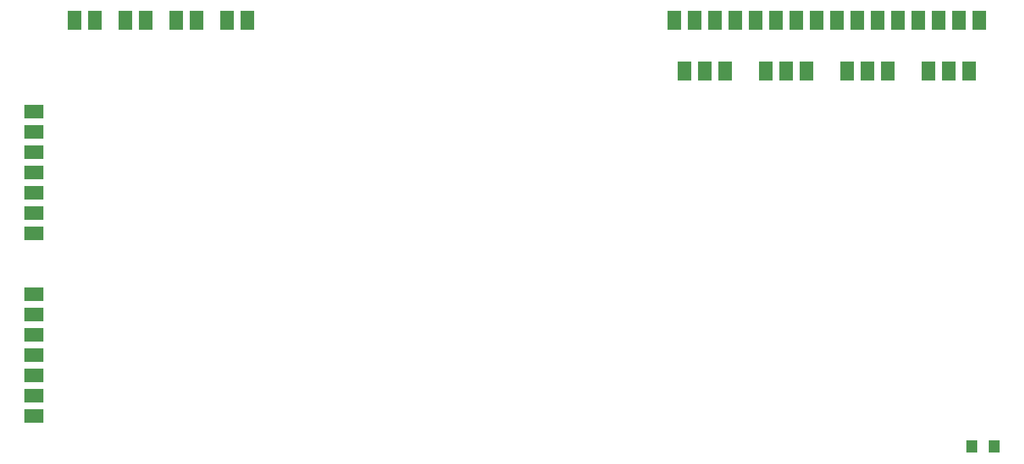
<source format=gbr>
G04 DipTrace 3.3.1.3*
G04 TopPaste.gbr*
%MOIN*%
G04 #@! TF.FileFunction,Paste,Top*
G04 #@! TF.Part,Single*
%ADD56R,0.055112X0.062986*%
%ADD58R,0.09212X0.06712*%
%ADD62R,0.06712X0.09212*%
%FSLAX26Y26*%
G04*
G70*
G90*
G75*
G01*
G04 TopPaste*
%LPD*%
D62*
X4843700Y2793700D3*
X4943700D3*
X5043700D3*
X5143700D3*
X4443700D3*
X4543700D3*
X4643700D3*
X4743700D3*
X4043700D3*
X4143700D3*
X4243700D3*
X4343700D3*
X3643700D3*
X3743700D3*
X3843700D3*
X3943700D3*
X4893700Y2543700D3*
X4993700D3*
X5093700D3*
X4493700D3*
X4593700D3*
X4693700D3*
X4093700D3*
X4193700D3*
X4293700D3*
X3693700D3*
X3793700D3*
X3893700D3*
X693700Y2793700D3*
X793700D3*
X943700D3*
X1043700D3*
X1193700D3*
X1293700D3*
X1443700D3*
X1543700D3*
D58*
X493700Y2343700D3*
Y2243700D3*
Y2143700D3*
Y2043700D3*
Y1943700D3*
Y1843700D3*
Y1743700D3*
Y1443700D3*
Y1343700D3*
Y1243700D3*
Y1143700D3*
Y1043700D3*
Y943700D3*
Y843700D3*
D56*
X5108464Y693700D3*
X5218700D3*
M02*

</source>
